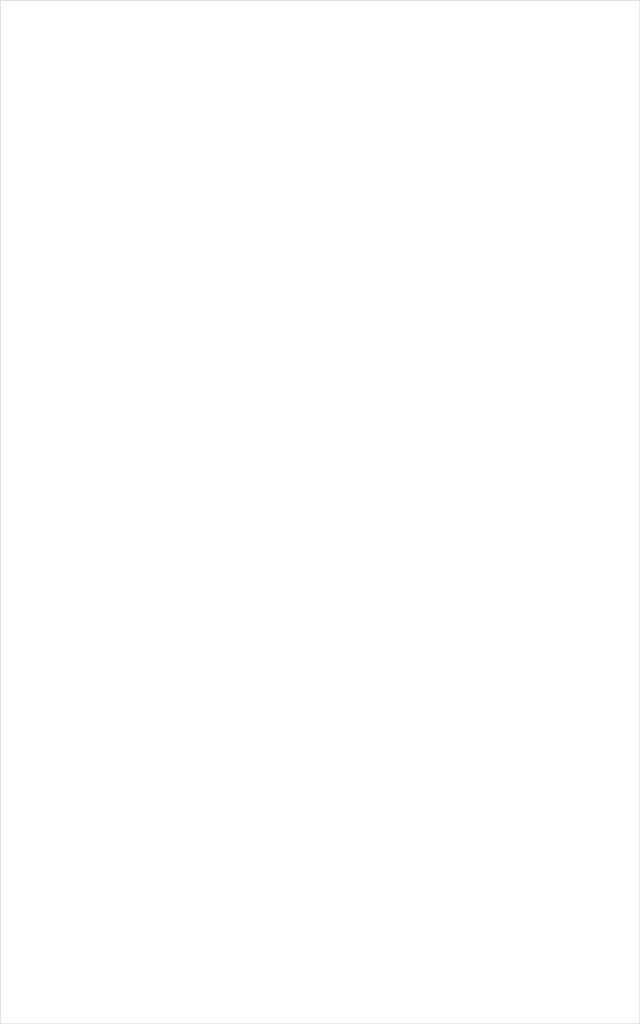
<source format=kicad_pcb>
(kicad_pcb (version 20211014) (generator pcbnew)

  (general
    (thickness 1.6)
  )

  (paper "A4")
  (layers
    (0 "F.Cu" signal)
    (31 "B.Cu" signal)
    (32 "B.Adhes" user "B.Adhesive")
    (33 "F.Adhes" user "F.Adhesive")
    (34 "B.Paste" user)
    (35 "F.Paste" user)
    (36 "B.SilkS" user "B.Silkscreen")
    (37 "F.SilkS" user "F.Silkscreen")
    (38 "B.Mask" user)
    (39 "F.Mask" user)
    (40 "Dwgs.User" user "User.Drawings")
    (41 "Cmts.User" user "User.Comments")
    (42 "Eco1.User" user "User.Eco1")
    (43 "Eco2.User" user "User.Eco2")
    (44 "Edge.Cuts" user)
    (45 "Margin" user)
    (46 "B.CrtYd" user "B.Courtyard")
    (47 "F.CrtYd" user "F.Courtyard")
    (48 "B.Fab" user)
    (49 "F.Fab" user)
    (50 "User.1" user)
    (51 "User.2" user)
    (52 "User.3" user)
    (53 "User.4" user)
    (54 "User.5" user)
    (55 "User.6" user)
    (56 "User.7" user)
    (57 "User.8" user)
    (58 "User.9" user)
  )

  (setup
    (pad_to_mask_clearance 0)
    (aux_axis_origin 54 181)
    (grid_origin 54 181)
    (pcbplotparams
      (layerselection 0x00010fc_ffffffff)
      (disableapertmacros false)
      (usegerberextensions false)
      (usegerberattributes true)
      (usegerberadvancedattributes true)
      (creategerberjobfile true)
      (svguseinch false)
      (svgprecision 6)
      (excludeedgelayer true)
      (plotframeref false)
      (viasonmask false)
      (mode 1)
      (useauxorigin false)
      (hpglpennumber 1)
      (hpglpenspeed 20)
      (hpglpendiameter 15.000000)
      (dxfpolygonmode true)
      (dxfimperialunits true)
      (dxfusepcbnewfont true)
      (psnegative false)
      (psa4output false)
      (plotreference true)
      (plotvalue true)
      (plotinvisibletext false)
      (sketchpadsonfab false)
      (subtractmaskfromsilk false)
      (outputformat 1)
      (mirror false)
      (drillshape 1)
      (scaleselection 1)
      (outputdirectory "")
    )
  )

  (net 0 "")

  (gr_line locked (start 54 21) (end 154 21) (layer "Edge.Cuts") (width 0.1) (tstamp 060f4a00-088e-47e9-a9e6-ddf74ef3ddfb))
  (gr_line locked (start 54 181) (end 54 21) (layer "Edge.Cuts") (width 0.1) (tstamp 1023eca1-7ca9-4a63-ab46-393905ab59e2))
  (gr_line locked (start 154 21) (end 154 181) (layer "Edge.Cuts") (width 0.1) (tstamp 4d20b472-4798-4b9d-93d4-c70f045828dc))
  (gr_line locked (start 154 181) (end 54 181) (layer "Edge.Cuts") (width 0.1) (tstamp cf1cd9c1-3bed-4f1d-baf5-1395625f6d70))

  (group "" locked (id c1c31ce3-9976-48af-a64c-b4db73d09c2d)
    (members
      060f4a00-088e-47e9-a9e6-ddf74ef3ddfb
      1023eca1-7ca9-4a63-ab46-393905ab59e2
      4d20b472-4798-4b9d-93d4-c70f045828dc
      cf1cd9c1-3bed-4f1d-baf5-1395625f6d70
    )
  )
)

</source>
